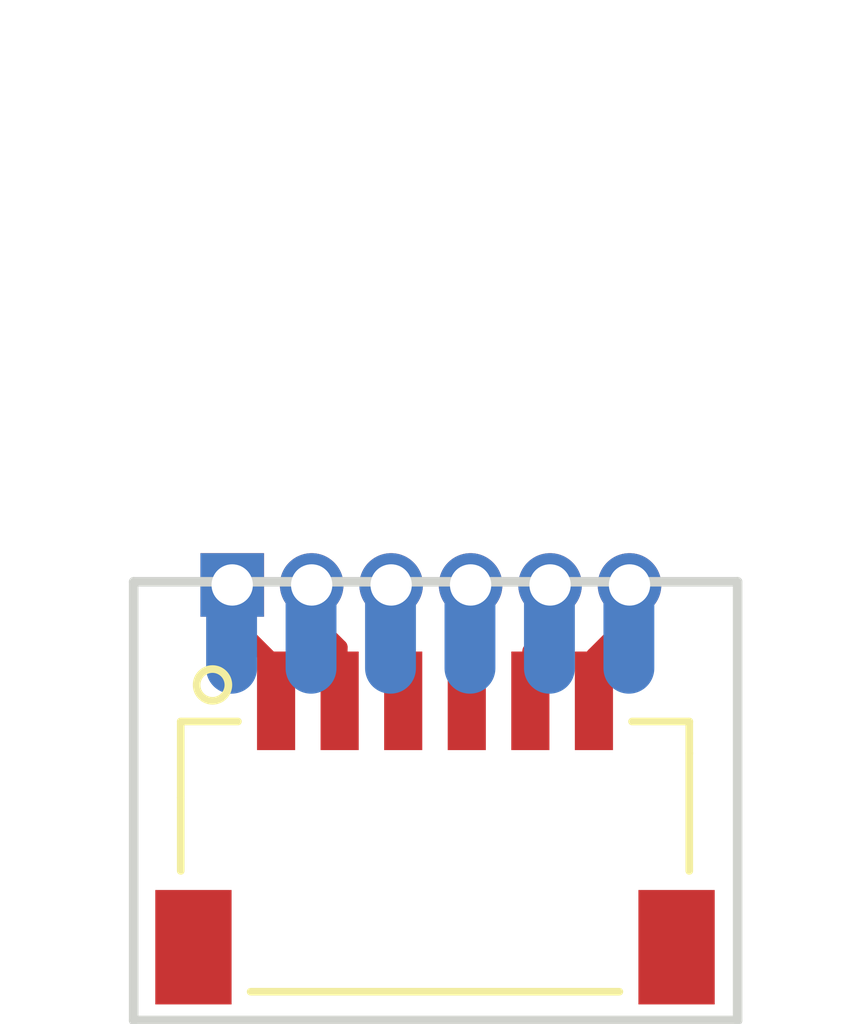
<source format=kicad_pcb>
(kicad_pcb (version 20221018) (generator pcbnew)
  (layers (0 "F.Cu" signal) (31 "B.Cu" signal) (34 "B.Paste" user) (35 "F.Paste" user) (36 "B.SilkS" user "B.Silkscreen") (37 "F.SilkS" user "F.Silkscreen") (38 "B.Mask" user) (39 "F.Mask" user) (44 "Edge.Cuts" user))
  (net 0 "")
  (net 1 "Net-(J1-Pad6)")
  (net 2 "Net-(J1-Pad1)")
  (net 3 "Net-(J1-Pad5)")
  (net 4 "Net-(J1-Pad2)")
  (net 5 "Net-(J1-Pad3)")
  (net 6 "Net-(J1-Pad4)")
  (footprint "KiCadCustomLibs:JST_SH_6x1mm" (layer "F.Cu") (at 133.74 84.31)
    (fp_text reference "J2" hide)
    (fp_text value "Conn_01x06" hide)
    (fp_line (start -4 -1.6125) (end -3.1 -1.6125) (stroke (width 0.12)) (layer "F.SilkS"))
    (fp_line (start -4 -0.4125) (end -4 -0.4125) (stroke (width 0.12)) (layer "F.SilkS"))
    (fp_line (start -4 0.7375) (end -4 -1.6125) (stroke (width 0.12)) (layer "F.SilkS"))
    (fp_line (start -2.9 2.6375) (end 2.9 2.6375) (stroke (width 0.12)) (layer "F.SilkS"))
    (fp_line (start 4 -1.6125) (end 3.1 -1.6125) (stroke (width 0.12)) (layer "F.SilkS"))
    (fp_line (start 4 -1.1125) (end 4 -1.1125) (stroke (width 0.12)) (layer "F.SilkS"))
    (fp_line (start 4 0.7375) (end 4 -1.6125) (stroke (width 0.12)) (layer "F.SilkS"))
    (fp_circle (center -3.5 -2.1875) (end -3.25 -2.1875) (stroke (width 0.12)) (fill none) (layer "F.SilkS"))
    (pad "" smd rect (at -3.8 1.9375) (size 1.2 1.8) (layers "F.Cu" "F.Paste" "F.Mask"))
    (pad "" smd rect (at 3.8 1.9375) (size 1.2 1.8) (layers "F.Cu" "F.Paste" "F.Mask"))
    (pad "1" smd rect (at -2.5 -1.9375) (size 0.6 1.55) (layers "F.Cu" "F.Paste" "F.Mask") (net 2 "Net-(J1-Pad1)"))
    (pad "2" smd rect (at -1.5 -1.9375) (size 0.6 1.55) (layers "F.Cu" "F.Paste" "F.Mask") (net 4 "Net-(J1-Pad2)"))
    (pad "3" smd rect (at -0.5 -1.9375) (size 0.6 1.55) (layers "F.Cu" "F.Paste" "F.Mask") (net 5 "Net-(J1-Pad3)"))
    (pad "4" smd rect (at 0.5 -1.9375) (size 0.6 1.55) (layers "F.Cu" "F.Paste" "F.Mask") (net 6 "Net-(J1-Pad4)"))
    (pad "5" smd rect (at 1.5 -1.9375) (size 0.6 1.55) (layers "F.Cu" "F.Paste" "F.Mask") (net 3 "Net-(J1-Pad5)"))
    (pad "6" smd rect (at 2.5 -1.9375) (size 0.6 1.55) (layers "F.Cu" "F.Paste" "F.Mask") (net 1 "Net-(J1-Pad6)"))
  )
  (footprint "Pin_Headers:Pin_Header_Angled_1x06_Pitch1.27mm" (layer "F.Cu") (at 130.55 80.55 90)
    (fp_text reference "J3" hide)
    (fp_text value "Conn_01x06_Male")
    (pad "1" thru_hole rect (at 0 0 90) (size 1 1) (drill 0.65) (layers "*.Cu" "*.Mask") (net 2 "Net-(J1-Pad1)"))
    (pad "2" thru_hole oval (at 0 1.25 90) (size 1 1) (drill 0.65) (layers "*.Cu" "*.Mask") (net 4 "Net-(J1-Pad2)"))
    (pad "3" thru_hole oval (at 0 2.5 90) (size 1 1) (drill 0.65) (layers "*.Cu" "*.Mask") (net 5 "Net-(J1-Pad3)"))
    (pad "4" thru_hole oval (at 0 3.75 90) (size 1 1) (drill 0.65) (layers "*.Cu" "*.Mask") (net 6 "Net-(J1-Pad4)"))
    (pad "5" thru_hole oval (at 0 5 90) (size 1 1) (drill 0.65) (layers "*.Cu" "*.Mask") (net 3 "Net-(J1-Pad5)"))
    (pad "6" thru_hole oval (at 0 6.25 90) (size 1 1) (drill 0.65) (layers "*.Cu" "*.Mask") (net 1 "Net-(J1-Pad6)"))
  )
  (footprint "KiCadCustomLibs:Pads_prog_6pin1.25mm" (layer "B.Cu") (at 133.665 81.26)
    (fp_text reference "J1" hide)
    (fp_text value "Conn_01x06_Male")
    (pad "1" smd oval (at -3.125 0) (size 0.8 2) (layers "B.Cu" "B.Paste" "B.Mask") (net 2 "Net-(J1-Pad1)"))
    (pad "2" smd oval (at -1.875 0) (size 0.8 2) (layers "B.Cu" "B.Paste" "B.Mask") (net 4 "Net-(J1-Pad2)"))
    (pad "3" smd oval (at -0.625 0) (size 0.8 2) (layers "B.Cu" "B.Paste" "B.Mask") (net 5 "Net-(J1-Pad3)"))
    (pad "4" smd oval (at 0.625 0) (size 0.8 2) (layers "B.Cu" "B.Paste" "B.Mask") (net 6 "Net-(J1-Pad4)"))
    (pad "5" smd oval (at 1.875 0) (size 0.8 2) (layers "B.Cu" "B.Paste" "B.Mask") (net 3 "Net-(J1-Pad5)"))
    (pad "6" smd oval (at 3.125 0) (size 0.8 2) (layers "B.Cu" "B.Paste" "B.Mask") (net 1 "Net-(J1-Pad6)"))
  )
  (gr_line (start 129 87.4) (end 138.5 87.4) (stroke (width 0.15)) (layer "Edge.Cuts"))
  (gr_line (start 138.5 87.4) (end 138.5 80.5) (stroke (width 0.15)) (layer "Edge.Cuts"))
  (gr_line (start 129 80.5) (end 129 87.4) (stroke (width 0.15)) (layer "Edge.Cuts"))
  (gr_line (start 138.5 80.5) (end 129 80.5) (stroke (width 0.15)) (layer "Edge.Cuts"))
  (segment (start 136.24 82.3725) (end 136.24 81.66) (width 0.25) (layer "F.Cu") (net 1))
  (segment (start 136.24 81.66) (end 136.8 81.1) (width 0.25) (layer "F.Cu") (net 1))
  (segment (start 136.8 81.1) (end 136.8 80.55) (width 0.25) (layer "F.Cu") (net 1))
  (segment (start 130.55 81.12) (end 130.55 80.55) (width 0.25) (layer "F.Cu") (net 2))
  (segment (start 131.24 82.3725) (end 131.24 81.81) (width 0.25) (layer "F.Cu") (net 2))
  (segment (start 131.24 81.81) (end 130.55 81.12) (width 0.25) (layer "F.Cu") (net 2))
  (segment (start 135.24 81.59) (end 135.55 81.28) (width 0.25) (layer "F.Cu") (net 3))
  (segment (start 135.24 82.3725) (end 135.24 81.59) (width 0.25) (layer "F.Cu") (net 3))
  (segment (start 135.55 81.28) (end 135.55 80.55) (width 0.25) (layer "F.Cu") (net 3))
  (segment (start 131.8 81.09) (end 131.8 80.55) (width 0.25) (layer "F.Cu") (net 4))
  (segment (start 132.24 82.3725) (end 132.24 81.53) (width 0.25) (layer "F.Cu") (net 4))
  (segment (start 132.24 81.53) (end 131.8 81.09) (width 0.25) (layer "F.Cu") (net 4))
  (segment (start 133.24 81.31) (end 133.05 81.12) (width 0.25) (layer "F.Cu") (net 5))
  (segment (start 133.24 82.3725) (end 133.24 81.31) (width 0.25) (layer "F.Cu") (net 5))
  (segment (start 133.05 81.12) (end 133.05 80.55) (width 0.25) (layer "F.Cu") (net 5))
  (segment (start 134.3 81.18) (end 134.3 80.55) (width 0.25) (layer "F.Cu") (net 6))
  (segment (start 134.24 81.24) (end 134.3 81.18) (width 0.25) (layer "F.Cu") (net 6))
  (segment (start 134.24 82.3725) (end 134.24 81.24) (width 0.25) (layer "F.Cu") (net 6))
)
</source>
